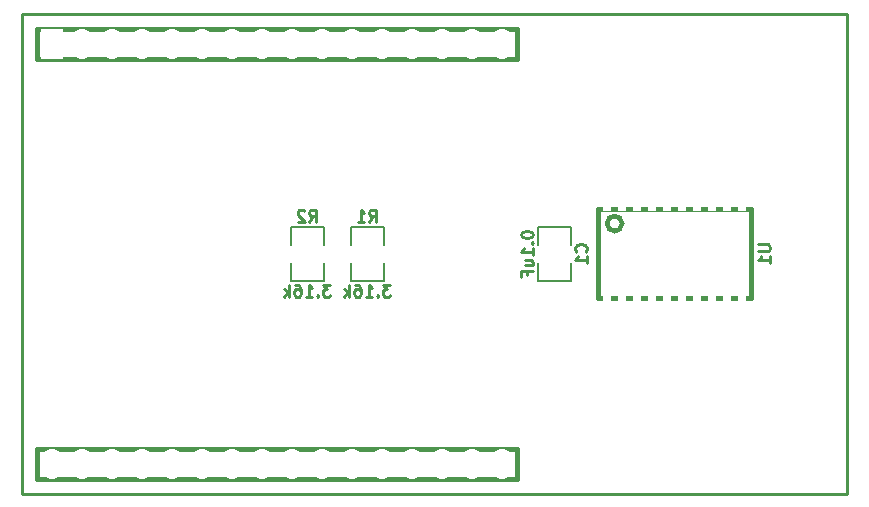
<source format=gbo>
G04 #@! TF.GenerationSoftware,KiCad,Pcbnew,no-vcs-found-a592832~58~ubuntu16.04.1*
G04 #@! TF.CreationDate,2017-03-09T13:35:24-05:00*
G04 #@! TF.ProjectId,encoder_interface_simple_3x2,656E636F6465725F696E746572666163,1.0*
G04 #@! TF.FileFunction,Legend,Bot*
G04 #@! TF.FilePolarity,Positive*
%FSLAX46Y46*%
G04 Gerber Fmt 4.6, Leading zero omitted, Abs format (unit mm)*
G04 Created by KiCad (PCBNEW no-vcs-found-a592832~58~ubuntu16.04.1) date Thu Mar  9 13:35:24 2017*
%MOMM*%
%LPD*%
G01*
G04 APERTURE LIST*
%ADD10C,0.100000*%
%ADD11C,0.228600*%
%ADD12C,0.381000*%
%ADD13C,0.127000*%
%ADD14C,0.254000*%
%ADD15O,1.854200X2.540000*%
%ADD16R,1.854200X2.540000*%
%ADD17C,3.556000*%
%ADD18R,2.540000X1.270000*%
%ADD19O,5.080000X3.048000*%
%ADD20O,2.032000X1.524000*%
%ADD21O,1.524000X2.032000*%
%ADD22R,0.740000X2.140000*%
G04 APERTURE END LIST*
D10*
D11*
X155575000Y-68580000D02*
X85725000Y-68580000D01*
X155575000Y-109220000D02*
X155575000Y-68580000D01*
X85725000Y-109220000D02*
X155575000Y-109220000D01*
X85725000Y-68580000D02*
X85725000Y-109220000D01*
D12*
X86995000Y-105410000D02*
X86995000Y-107950000D01*
X86995000Y-107950000D02*
X127635000Y-107950000D01*
X127635000Y-107950000D02*
X127635000Y-105410000D01*
X127635000Y-105410000D02*
X86995000Y-105410000D01*
X86995000Y-69850000D02*
X86995000Y-72390000D01*
X86995000Y-72390000D02*
X127635000Y-72390000D01*
X127635000Y-72390000D02*
X127635000Y-69850000D01*
X127635000Y-69850000D02*
X86995000Y-69850000D01*
D13*
X132207000Y-89662000D02*
X132207000Y-91186000D01*
X132207000Y-91186000D02*
X129413000Y-91186000D01*
X129413000Y-91186000D02*
X129413000Y-89662000D01*
X129413000Y-88138000D02*
X129413000Y-86614000D01*
X129413000Y-86614000D02*
X132207000Y-86614000D01*
X132207000Y-86614000D02*
X132207000Y-88138000D01*
X116332000Y-86614000D02*
X116332000Y-88138000D01*
X113538000Y-86614000D02*
X116332000Y-86614000D01*
X113538000Y-88138000D02*
X113538000Y-86614000D01*
X113538000Y-91186000D02*
X113538000Y-89662000D01*
X116332000Y-91186000D02*
X113538000Y-91186000D01*
X116332000Y-89662000D02*
X116332000Y-91186000D01*
X111252000Y-89662000D02*
X111252000Y-91186000D01*
X111252000Y-91186000D02*
X108458000Y-91186000D01*
X108458000Y-91186000D02*
X108458000Y-89662000D01*
X108458000Y-88138000D02*
X108458000Y-86614000D01*
X108458000Y-86614000D02*
X111252000Y-86614000D01*
X111252000Y-86614000D02*
X111252000Y-88138000D01*
D12*
X136525000Y-86360000D02*
G75*
G03X136525000Y-86360000I-635000J0D01*
G01*
X134470000Y-85150000D02*
X147470000Y-85150000D01*
X147470000Y-85150000D02*
X147470000Y-92650000D01*
X147470000Y-92650000D02*
X134470000Y-92650000D01*
X134470000Y-92650000D02*
X134470000Y-85150000D01*
D14*
X133458857Y-88730666D02*
X133507238Y-88682285D01*
X133555619Y-88537142D01*
X133555619Y-88440380D01*
X133507238Y-88295238D01*
X133410476Y-88198476D01*
X133313714Y-88150095D01*
X133120190Y-88101714D01*
X132975047Y-88101714D01*
X132781523Y-88150095D01*
X132684761Y-88198476D01*
X132588000Y-88295238D01*
X132539619Y-88440380D01*
X132539619Y-88537142D01*
X132588000Y-88682285D01*
X132636380Y-88730666D01*
X133555619Y-89698285D02*
X133555619Y-89117714D01*
X133555619Y-89408000D02*
X132539619Y-89408000D01*
X132684761Y-89311238D01*
X132781523Y-89214476D01*
X132829904Y-89117714D01*
X127967619Y-87230857D02*
X127967619Y-87327619D01*
X128016000Y-87424380D01*
X128064380Y-87472761D01*
X128161142Y-87521142D01*
X128354666Y-87569523D01*
X128596571Y-87569523D01*
X128790095Y-87521142D01*
X128886857Y-87472761D01*
X128935238Y-87424380D01*
X128983619Y-87327619D01*
X128983619Y-87230857D01*
X128935238Y-87134095D01*
X128886857Y-87085714D01*
X128790095Y-87037333D01*
X128596571Y-86988952D01*
X128354666Y-86988952D01*
X128161142Y-87037333D01*
X128064380Y-87085714D01*
X128016000Y-87134095D01*
X127967619Y-87230857D01*
X128886857Y-88004952D02*
X128935238Y-88053333D01*
X128983619Y-88004952D01*
X128935238Y-87956571D01*
X128886857Y-88004952D01*
X128983619Y-88004952D01*
X128983619Y-89020952D02*
X128983619Y-88440380D01*
X128983619Y-88730666D02*
X127967619Y-88730666D01*
X128112761Y-88633904D01*
X128209523Y-88537142D01*
X128257904Y-88440380D01*
X128306285Y-89891809D02*
X128983619Y-89891809D01*
X128306285Y-89456380D02*
X128838476Y-89456380D01*
X128935238Y-89504761D01*
X128983619Y-89601523D01*
X128983619Y-89746666D01*
X128935238Y-89843428D01*
X128886857Y-89891809D01*
X128451428Y-90714285D02*
X128451428Y-90375619D01*
X128983619Y-90375619D02*
X127967619Y-90375619D01*
X127967619Y-90859428D01*
X115104333Y-86184619D02*
X115443000Y-85700809D01*
X115684904Y-86184619D02*
X115684904Y-85168619D01*
X115297857Y-85168619D01*
X115201095Y-85217000D01*
X115152714Y-85265380D01*
X115104333Y-85362142D01*
X115104333Y-85507285D01*
X115152714Y-85604047D01*
X115201095Y-85652428D01*
X115297857Y-85700809D01*
X115684904Y-85700809D01*
X114136714Y-86184619D02*
X114717285Y-86184619D01*
X114427000Y-86184619D02*
X114427000Y-85168619D01*
X114523761Y-85313761D01*
X114620523Y-85410523D01*
X114717285Y-85458904D01*
X116894428Y-91518619D02*
X116265476Y-91518619D01*
X116604142Y-91905666D01*
X116459000Y-91905666D01*
X116362238Y-91954047D01*
X116313857Y-92002428D01*
X116265476Y-92099190D01*
X116265476Y-92341095D01*
X116313857Y-92437857D01*
X116362238Y-92486238D01*
X116459000Y-92534619D01*
X116749285Y-92534619D01*
X116846047Y-92486238D01*
X116894428Y-92437857D01*
X115830047Y-92437857D02*
X115781666Y-92486238D01*
X115830047Y-92534619D01*
X115878428Y-92486238D01*
X115830047Y-92437857D01*
X115830047Y-92534619D01*
X114814047Y-92534619D02*
X115394619Y-92534619D01*
X115104333Y-92534619D02*
X115104333Y-91518619D01*
X115201095Y-91663761D01*
X115297857Y-91760523D01*
X115394619Y-91808904D01*
X113943190Y-91518619D02*
X114136714Y-91518619D01*
X114233476Y-91567000D01*
X114281857Y-91615380D01*
X114378619Y-91760523D01*
X114427000Y-91954047D01*
X114427000Y-92341095D01*
X114378619Y-92437857D01*
X114330238Y-92486238D01*
X114233476Y-92534619D01*
X114039952Y-92534619D01*
X113943190Y-92486238D01*
X113894809Y-92437857D01*
X113846428Y-92341095D01*
X113846428Y-92099190D01*
X113894809Y-92002428D01*
X113943190Y-91954047D01*
X114039952Y-91905666D01*
X114233476Y-91905666D01*
X114330238Y-91954047D01*
X114378619Y-92002428D01*
X114427000Y-92099190D01*
X113411000Y-92534619D02*
X113411000Y-91518619D01*
X113314238Y-92147571D02*
X113023952Y-92534619D01*
X113023952Y-91857285D02*
X113411000Y-92244333D01*
X110024333Y-86184619D02*
X110363000Y-85700809D01*
X110604904Y-86184619D02*
X110604904Y-85168619D01*
X110217857Y-85168619D01*
X110121095Y-85217000D01*
X110072714Y-85265380D01*
X110024333Y-85362142D01*
X110024333Y-85507285D01*
X110072714Y-85604047D01*
X110121095Y-85652428D01*
X110217857Y-85700809D01*
X110604904Y-85700809D01*
X109637285Y-85265380D02*
X109588904Y-85217000D01*
X109492142Y-85168619D01*
X109250238Y-85168619D01*
X109153476Y-85217000D01*
X109105095Y-85265380D01*
X109056714Y-85362142D01*
X109056714Y-85458904D01*
X109105095Y-85604047D01*
X109685666Y-86184619D01*
X109056714Y-86184619D01*
X111814428Y-91518619D02*
X111185476Y-91518619D01*
X111524142Y-91905666D01*
X111379000Y-91905666D01*
X111282238Y-91954047D01*
X111233857Y-92002428D01*
X111185476Y-92099190D01*
X111185476Y-92341095D01*
X111233857Y-92437857D01*
X111282238Y-92486238D01*
X111379000Y-92534619D01*
X111669285Y-92534619D01*
X111766047Y-92486238D01*
X111814428Y-92437857D01*
X110750047Y-92437857D02*
X110701666Y-92486238D01*
X110750047Y-92534619D01*
X110798428Y-92486238D01*
X110750047Y-92437857D01*
X110750047Y-92534619D01*
X109734047Y-92534619D02*
X110314619Y-92534619D01*
X110024333Y-92534619D02*
X110024333Y-91518619D01*
X110121095Y-91663761D01*
X110217857Y-91760523D01*
X110314619Y-91808904D01*
X108863190Y-91518619D02*
X109056714Y-91518619D01*
X109153476Y-91567000D01*
X109201857Y-91615380D01*
X109298619Y-91760523D01*
X109347000Y-91954047D01*
X109347000Y-92341095D01*
X109298619Y-92437857D01*
X109250238Y-92486238D01*
X109153476Y-92534619D01*
X108959952Y-92534619D01*
X108863190Y-92486238D01*
X108814809Y-92437857D01*
X108766428Y-92341095D01*
X108766428Y-92099190D01*
X108814809Y-92002428D01*
X108863190Y-91954047D01*
X108959952Y-91905666D01*
X109153476Y-91905666D01*
X109250238Y-91954047D01*
X109298619Y-92002428D01*
X109347000Y-92099190D01*
X108331000Y-92534619D02*
X108331000Y-91518619D01*
X108234238Y-92147571D02*
X107943952Y-92534619D01*
X107943952Y-91857285D02*
X108331000Y-92244333D01*
X148033619Y-88125904D02*
X148856095Y-88125904D01*
X148952857Y-88174285D01*
X149001238Y-88222666D01*
X149049619Y-88319428D01*
X149049619Y-88512952D01*
X149001238Y-88609714D01*
X148952857Y-88658095D01*
X148856095Y-88706476D01*
X148033619Y-88706476D01*
X149049619Y-89722476D02*
X149049619Y-89141904D01*
X149049619Y-89432190D02*
X148033619Y-89432190D01*
X148178761Y-89335428D01*
X148275523Y-89238666D01*
X148323904Y-89141904D01*
%LPC*%
D15*
X90805000Y-71120000D03*
X93345000Y-71120000D03*
D16*
X88265000Y-71120000D03*
D15*
X95885000Y-71120000D03*
X98425000Y-71120000D03*
X100965000Y-71120000D03*
X103505000Y-71120000D03*
X106045000Y-71120000D03*
X108585000Y-71120000D03*
X111125000Y-71120000D03*
X113665000Y-71120000D03*
X116205000Y-71120000D03*
X118745000Y-71120000D03*
X121285000Y-71120000D03*
X123825000Y-71120000D03*
X126365000Y-71120000D03*
X126365000Y-106680000D03*
X123825000Y-106680000D03*
X121285000Y-106680000D03*
X118745000Y-106680000D03*
X116205000Y-106680000D03*
X113665000Y-106680000D03*
X111125000Y-106680000D03*
X108585000Y-106680000D03*
X106045000Y-106680000D03*
X103505000Y-106680000D03*
X100965000Y-106680000D03*
X98425000Y-106680000D03*
X95885000Y-106680000D03*
X93345000Y-106680000D03*
X90805000Y-106680000D03*
X88265000Y-106680000D03*
D17*
X89535000Y-76200000D03*
X89535000Y-101600000D03*
X130175000Y-106680000D03*
X130175000Y-71120000D03*
D18*
X130810000Y-90424000D03*
X130810000Y-87376000D03*
D19*
X149860000Y-71120000D03*
X149860000Y-81280000D03*
D20*
X143764000Y-76200000D03*
D21*
X140970000Y-76200000D03*
X140970000Y-78994000D03*
X140970000Y-73406000D03*
X140970000Y-98806000D03*
X140970000Y-104394000D03*
X140970000Y-101600000D03*
D20*
X143764000Y-101600000D03*
D19*
X149860000Y-106680000D03*
X149860000Y-96520000D03*
D18*
X114935000Y-87376000D03*
X114935000Y-90424000D03*
X109855000Y-90424000D03*
X109855000Y-87376000D03*
D22*
X135255000Y-93550000D03*
X136525000Y-93550000D03*
X137795000Y-93550000D03*
X139065000Y-93550000D03*
X140335000Y-93550000D03*
X141605000Y-93550000D03*
X142875000Y-93550000D03*
X144145000Y-93550000D03*
X145415000Y-93550000D03*
X146685000Y-93550000D03*
X146685000Y-84250000D03*
X145415000Y-84250000D03*
X144145000Y-84250000D03*
X142875000Y-84250000D03*
X141605000Y-84250000D03*
X140335000Y-84250000D03*
X139065000Y-84250000D03*
X137795000Y-84250000D03*
X136525000Y-84250000D03*
X135255000Y-84250000D03*
M02*

</source>
